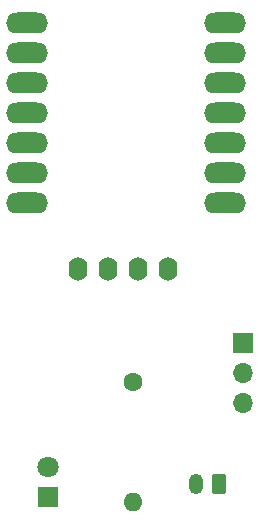
<source format=gbr>
%TF.GenerationSoftware,KiCad,Pcbnew,8.0.8*%
%TF.CreationDate,2025-02-27T00:19:43-08:00*%
%TF.ProjectId,Lab3v3,4c616233-7633-42e6-9b69-6361645f7063,V1*%
%TF.SameCoordinates,Original*%
%TF.FileFunction,Soldermask,Top*%
%TF.FilePolarity,Negative*%
%FSLAX46Y46*%
G04 Gerber Fmt 4.6, Leading zero omitted, Abs format (unit mm)*
G04 Created by KiCad (PCBNEW 8.0.8) date 2025-02-27 00:19:43*
%MOMM*%
%LPD*%
G01*
G04 APERTURE LIST*
G04 Aperture macros list*
%AMRoundRect*
0 Rectangle with rounded corners*
0 $1 Rounding radius*
0 $2 $3 $4 $5 $6 $7 $8 $9 X,Y pos of 4 corners*
0 Add a 4 corners polygon primitive as box body*
4,1,4,$2,$3,$4,$5,$6,$7,$8,$9,$2,$3,0*
0 Add four circle primitives for the rounded corners*
1,1,$1+$1,$2,$3*
1,1,$1+$1,$4,$5*
1,1,$1+$1,$6,$7*
1,1,$1+$1,$8,$9*
0 Add four rect primitives between the rounded corners*
20,1,$1+$1,$2,$3,$4,$5,0*
20,1,$1+$1,$4,$5,$6,$7,0*
20,1,$1+$1,$6,$7,$8,$9,0*
20,1,$1+$1,$8,$9,$2,$3,0*%
G04 Aperture macros list end*
%ADD10R,1.800000X1.800000*%
%ADD11C,1.800000*%
%ADD12O,1.600000X2.000000*%
%ADD13C,1.600000*%
%ADD14O,1.600000X1.600000*%
%ADD15R,1.700000X1.700000*%
%ADD16O,1.700000X1.700000*%
%ADD17O,3.556000X1.778000*%
%ADD18RoundRect,0.250000X0.350000X0.625000X-0.350000X0.625000X-0.350000X-0.625000X0.350000X-0.625000X0*%
%ADD19O,1.200000X1.750000*%
G04 APERTURE END LIST*
D10*
%TO.C,D4*%
X151500000Y-118790000D03*
D11*
X151500000Y-116250000D03*
%TD*%
D12*
%TO.C,Humidity1*%
X161700000Y-99550000D03*
X159160000Y-99550000D03*
X156620000Y-99550000D03*
X154080000Y-99550000D03*
%TD*%
D13*
%TO.C,R5*%
X158750000Y-109090000D03*
D14*
X158750000Y-119250000D03*
%TD*%
D15*
%TO.C,SW1*%
X168000000Y-105750000D03*
D16*
X168000000Y-108290000D03*
X168000000Y-110830000D03*
%TD*%
D17*
%TO.C,U3*%
X149748000Y-78670000D03*
X149748000Y-81210000D03*
X149748000Y-83750000D03*
X149748000Y-86290000D03*
X149748000Y-88830000D03*
X149748000Y-91370000D03*
X149748000Y-93910000D03*
X166512000Y-78670000D03*
X166512000Y-81210000D03*
X166512000Y-83750000D03*
X166512000Y-86290000D03*
X166512000Y-88830000D03*
X166512000Y-91370000D03*
X166512000Y-93910000D03*
%TD*%
D18*
%TO.C,BT1*%
X166000000Y-117750000D03*
D19*
X164000000Y-117750000D03*
%TD*%
M02*

</source>
